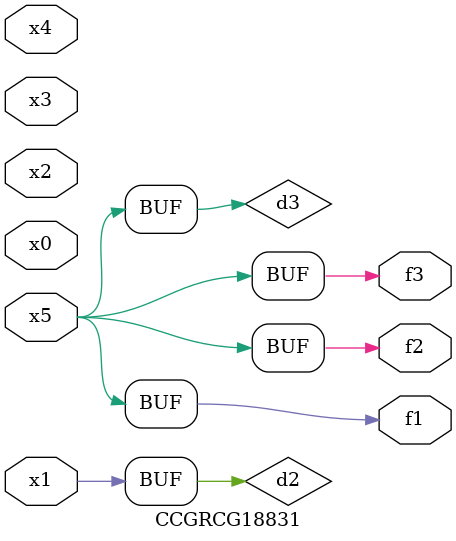
<source format=v>
module CCGRCG18831(
	input x0, x1, x2, x3, x4, x5,
	output f1, f2, f3
);

	wire d1, d2, d3;

	not (d1, x5);
	or (d2, x1);
	xnor (d3, d1);
	assign f1 = d3;
	assign f2 = d3;
	assign f3 = d3;
endmodule

</source>
